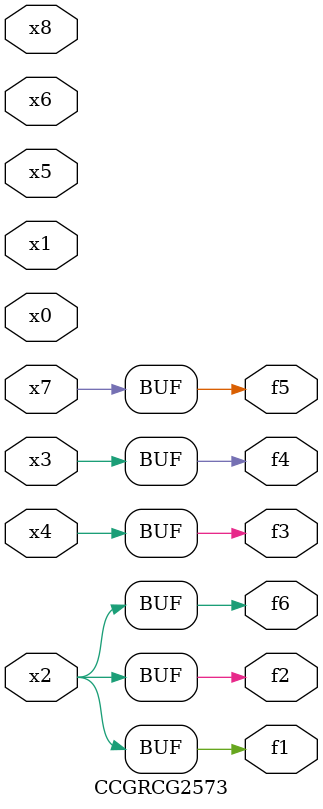
<source format=v>
module CCGRCG2573(
	input x0, x1, x2, x3, x4, x5, x6, x7, x8,
	output f1, f2, f3, f4, f5, f6
);
	assign f1 = x2;
	assign f2 = x2;
	assign f3 = x4;
	assign f4 = x3;
	assign f5 = x7;
	assign f6 = x2;
endmodule

</source>
